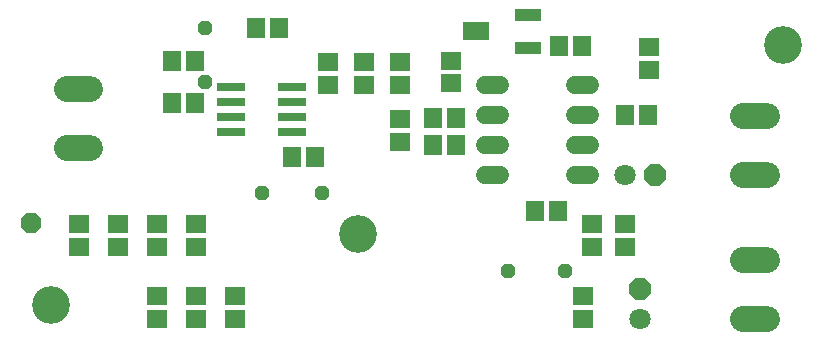
<source format=gbr>
G04 EAGLE Gerber RS-274X export*
G75*
%MOMM*%
%FSLAX34Y34*%
%LPD*%
%INSoldermask Bottom*%
%IPPOS*%
%AMOC8*
5,1,8,0,0,1.08239X$1,22.5*%
G01*
%ADD10C,3.203200*%
%ADD11R,1.703200X1.503200*%
%ADD12R,1.503200X1.703200*%
%ADD13P,1.951982X8X112.500000*%
%ADD14C,1.803400*%
%ADD15P,1.951982X8X22.500000*%
%ADD16P,1.869504X8X22.500000*%
%ADD17R,2.203200X1.103200*%
%ADD18R,2.203200X1.503200*%
%ADD19R,2.403200X0.803200*%
%ADD20C,2.184400*%
%ADD21C,1.524000*%
%ADD22P,1.302332X8X22.500000*%


D10*
X660000Y260000D03*
X300000Y100000D03*
X40000Y40000D03*
D11*
X96520Y108560D03*
X96520Y89560D03*
D12*
X469240Y119380D03*
X450240Y119380D03*
D13*
X538480Y53340D03*
D14*
X538480Y27940D03*
D11*
X546100Y258420D03*
X546100Y239420D03*
D12*
X489560Y259080D03*
X470560Y259080D03*
D11*
X497840Y108560D03*
X497840Y89560D03*
D15*
X551180Y149860D03*
D14*
X525780Y149860D03*
D11*
X129540Y89560D03*
X129540Y108560D03*
D12*
X142900Y210820D03*
X161900Y210820D03*
D11*
X490220Y47600D03*
X490220Y28600D03*
X335280Y245720D03*
X335280Y226720D03*
D12*
X263500Y165100D03*
X244500Y165100D03*
D11*
X274320Y245720D03*
X274320Y226720D03*
D12*
X382880Y198120D03*
X363880Y198120D03*
X363880Y175260D03*
X382880Y175260D03*
D16*
X22860Y109220D03*
D11*
X63500Y108560D03*
X63500Y89560D03*
X378460Y246990D03*
X378460Y227990D03*
D17*
X443640Y285780D03*
D18*
X399640Y271780D03*
D17*
X443640Y257780D03*
D12*
X526440Y200660D03*
X545440Y200660D03*
D11*
X525780Y108560D03*
X525780Y89560D03*
X129540Y47600D03*
X129540Y28600D03*
D12*
X161900Y246380D03*
X142900Y246380D03*
D11*
X162560Y108560D03*
X162560Y89560D03*
D12*
X233020Y274320D03*
X214020Y274320D03*
D11*
X304800Y226720D03*
X304800Y245720D03*
X195580Y28600D03*
X195580Y47600D03*
X162560Y47600D03*
X162560Y28600D03*
X335280Y178460D03*
X335280Y197460D03*
D19*
X192440Y199390D03*
X244440Y199390D03*
X192440Y186690D03*
X192440Y212090D03*
X192440Y224790D03*
X244440Y186690D03*
X244440Y212090D03*
X244440Y224790D03*
D20*
X73406Y172974D02*
X53594Y172974D01*
X53594Y223012D02*
X73406Y223012D01*
X626364Y28194D02*
X646176Y28194D01*
X646176Y78232D02*
X626364Y78232D01*
X626364Y150114D02*
X646176Y150114D01*
X646176Y200152D02*
X626364Y200152D01*
D21*
X420624Y226060D02*
X407416Y226060D01*
X407416Y200660D02*
X420624Y200660D01*
X483616Y200660D02*
X496824Y200660D01*
X496824Y226060D02*
X483616Y226060D01*
X420624Y175260D02*
X407416Y175260D01*
X407416Y149860D02*
X420624Y149860D01*
X483616Y175260D02*
X496824Y175260D01*
X496824Y149860D02*
X483616Y149860D01*
D22*
X170180Y228600D03*
X170180Y274320D03*
X218440Y134620D03*
X269240Y134620D03*
X474980Y68580D03*
X426720Y68580D03*
M02*

</source>
